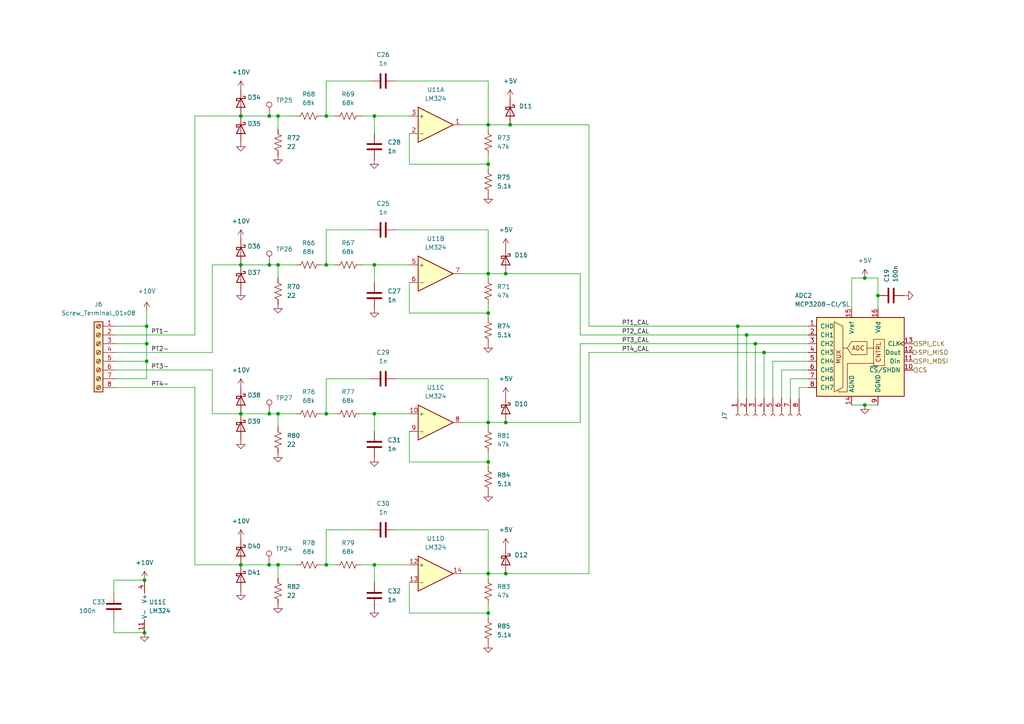
<source format=kicad_sch>
(kicad_sch (version 20230121) (generator eeschema)
  (paper "A4")
  (title_block (title "Pressure Transducer Amplification") (rev "1") (company "Rice Eclipse"))
  (lib_symbols
    (symbol "Amplifier_Operational:LM324" (pin_names (offset 0.127))
      (property "Reference" "U" (at 0 5.08 0))
      (property "Value" "LM324" (at 0 -5.08 0))
      (symbol "LM324_1_1"
        (polyline (pts (xy -5.08 5.08) (xy 5.08 0) (xy -5.08 -5.08) (xy -5.08 5.08)) (stroke (width 0.254)) (fill (type background)))
        (pin output line (at 7.62 0 180) (length 2.54) (name "~") (number "1"))
        (pin input line (at -7.62 -2.54 0) (length 2.54) (name "-") (number "2"))
        (pin input line (at -7.62 2.54 0) (length 2.54) (name "+") (number "3"))
      )
      (symbol "LM324_2_1"
        (polyline (pts (xy -5.08 5.08) (xy 5.08 0) (xy -5.08 -5.08) (xy -5.08 5.08)) (stroke (width 0.254)) (fill (type background)))
        (pin input line (at -7.62 2.54 0) (length 2.54) (name "+") (number "5"))
        (pin input line (at -7.62 -2.54 0) (length 2.54) (name "-") (number "6"))
        (pin output line (at 7.62 0 180) (length 2.54) (name "~") (number "7"))
      )
      (symbol "LM324_3_1"
        (polyline (pts (xy -5.08 5.08) (xy 5.08 0) (xy -5.08 -5.08) (xy -5.08 5.08)) (stroke (width 0.254)) (fill (type background)))
        (pin input line (at -7.62 2.54 0) (length 2.54) (name "+") (number "10"))
        (pin output line (at 7.62 0 180) (length 2.54) (name "~") (number "8"))
        (pin input line (at -7.62 -2.54 0) (length 2.54) (name "-") (number "9"))
      )
      (symbol "LM324_4_1"
        (polyline (pts (xy -5.08 5.08) (xy 5.08 0) (xy -5.08 -5.08) (xy -5.08 5.08)) (stroke (width 0.254)) (fill (type background)))
        (pin input line (at -7.62 2.54 0) (length 2.54) (name "+") (number "12"))
        (pin input line (at -7.62 -2.54 0) (length 2.54) (name "-") (number "13"))
        (pin output line (at 7.62 0 180) (length 2.54) (name "~") (number "14"))
      )
      (symbol "LM324_5_1"
        (pin power_in line (at -2.54 -7.62 90) (length 3.81) (name "V-") (number "11"))
        (pin power_in line (at -2.54 7.62 270) (length 3.81) (name "V+") (number "4"))
      )
    )
    (symbol "Analog_ADC:MCP3208" (pin_names (offset 1.016))
      (property "Reference" "U" (at -5.08 13.335 0))
      (property "Value" "MCP3208" (at -5.08 11.43 0))
      (symbol "MCP3208_0_0"
        (text "ADC" (at -0.635 1.27 0) (effects (font (size 1.27 1.27))))
        (text "CNTRL" (at 5.969 -2.921 900) (effects (font (size 1.27 1.27)) (justify left bottom)))
        (text "MUX" (at -6.35 -1.27 900) (effects (font (size 1.27 1.27))))
      )
      (symbol "MCP3208_0_1"
        (polyline (pts (xy -3.81 1.27) (xy -5.08 1.27)))
        (polyline (pts (xy 1.905 1.27) (xy 3.81 1.27)))
        (polyline (pts (xy -7.62 8.89) (xy -7.62 -11.43) (xy -5.08 -10.16) (xy -5.08 7.62) (xy -7.62 8.89)))
        (polyline (pts (xy 3.81 -3.175) (xy -3.81 -3.175) (xy -3.81 -11.43) (xy -6.35 -11.43) (xy -6.35 -10.795)))
        (polyline (pts (xy 1.905 3.175) (xy 1.905 -0.635) (xy -2.54 -0.635) (xy -3.81 1.27) (xy -2.54 3.175) (xy 1.905 3.175)))
        (rectangle (start 3.81 -3.81) (end 6.985 3.81))
        (rectangle (start 12.7 -12.7) (end -12.7 10.16) (stroke (width 0.254)) (fill (type background)))
      )
      (symbol "MCP3208_1_1"
        (pin input line (at -15.24 7.62 0) (length 2.54) (name "CH0") (number "1"))
        (pin input line (at 15.24 -5.08 180) (length 2.54) (name "~{CS}/SHDN") (number "10"))
        (pin input line (at 15.24 -2.54 180) (length 2.54) (name "Din") (number "11"))
        (pin output line (at 15.24 0 180) (length 2.54) (name "Dout") (number "12"))
        (pin input clock (at 15.24 2.54 180) (length 2.54) (name "CLK") (number "13"))
        (pin power_in line (at -2.54 -15.24 90) (length 2.54) (name "AGND") (number "14"))
        (pin power_in line (at -2.54 12.7 270) (length 2.54) (name "Vref") (number "15"))
        (pin power_in line (at 5.08 12.7 270) (length 2.54) (name "Vdd") (number "16"))
        (pin input line (at -15.24 5.08 0) (length 2.54) (name "CH1") (number "2"))
        (pin input line (at -15.24 2.54 0) (length 2.54) (name "CH2") (number "3"))
        (pin input line (at -15.24 0 0) (length 2.54) (name "CH3") (number "4"))
        (pin input line (at -15.24 -2.54 0) (length 2.54) (name "CH4") (number "5"))
        (pin input line (at -15.24 -5.08 0) (length 2.54) (name "CH5") (number "6"))
        (pin input line (at -15.24 -7.62 0) (length 2.54) (name "CH6") (number "7"))
        (pin input line (at -15.24 -10.16 0) (length 2.54) (name "CH7") (number "8"))
        (pin power_in line (at 5.08 -15.24 90) (length 2.54) (name "DGND") (number "9"))
      )
    )
    (symbol "Connector:Conn_01x08_Female" (pin_names (offset 1.016) hide)
      (property "Reference" "J" (at 0 10.16 0))
      (property "Value" "Conn_01x08_Female" (at 0 -12.7 0))
      (symbol "Conn_01x08_Female_1_1"
        (arc (start 0 -9.652) (mid -0.5058 -10.16) (end 0 -10.668) (stroke (width 0.1524)))
        (arc (start 0 -7.112) (mid -0.5058 -7.62) (end 0 -8.128) (stroke (width 0.1524)))
        (arc (start 0 -4.572) (mid -0.5058 -5.08) (end 0 -5.588) (stroke (width 0.1524)))
        (arc (start 0 -2.032) (mid -0.5058 -2.54) (end 0 -3.048) (stroke (width 0.1524)))
        (polyline (pts (xy -1.27 -10.16) (xy -0.508 -10.16)) (stroke (width 0.1524)))
        (polyline (pts (xy -1.27 -7.62) (xy -0.508 -7.62)) (stroke (width 0.1524)))
        (polyline (pts (xy -1.27 -5.08) (xy -0.508 -5.08)) (stroke (width 0.1524)))
        (polyline (pts (xy -1.27 -2.54) (xy -0.508 -2.54)) (stroke (width 0.1524)))
        (polyline (pts (xy -1.27 0) (xy -0.508 0)) (stroke (width 0.1524)))
        (polyline (pts (xy -1.27 2.54) (xy -0.508 2.54)) (stroke (width 0.1524)))
        (polyline (pts (xy -1.27 5.08) (xy -0.508 5.08)) (stroke (width 0.1524)))
        (polyline (pts (xy -1.27 7.62) (xy -0.508 7.62)) (stroke (width 0.1524)))
        (arc (start 0 0.508) (mid -0.5058 0) (end 0 -0.508) (stroke (width 0.1524)))
        (arc (start 0 3.048) (mid -0.5058 2.54) (end 0 2.032) (stroke (width 0.1524)))
        (arc (start 0 5.588) (mid -0.5058 5.08) (end 0 4.572) (stroke (width 0.1524)))
        (arc (start 0 8.128) (mid -0.5058 7.62) (end 0 7.112) (stroke (width 0.1524)))
        (pin passive line (at -5.08 7.62 0) (length 3.81) (name "Pin_1") (number "1"))
        (pin passive line (at -5.08 5.08 0) (length 3.81) (name "Pin_2") (number "2"))
        (pin passive line (at -5.08 2.54 0) (length 3.81) (name "Pin_3") (number "3"))
        (pin passive line (at -5.08 0 0) (length 3.81) (name "Pin_4") (number "4"))
        (pin passive line (at -5.08 -2.54 0) (length 3.81) (name "Pin_5") (number "5"))
        (pin passive line (at -5.08 -5.08 0) (length 3.81) (name "Pin_6") (number "6"))
        (pin passive line (at -5.08 -7.62 0) (length 3.81) (name "Pin_7") (number "7"))
        (pin passive line (at -5.08 -10.16 0) (length 3.81) (name "Pin_8") (number "8"))
      )
    )
    (symbol "Connector:Screw_Terminal_01x08" (pin_names (offset 1.016) hide)
      (property "Reference" "J" (at 0 10.16 0))
      (property "Value" "Screw_Terminal_01x08" (at 0 -12.7 0))
      (symbol "Screw_Terminal_01x08_1_1"
        (rectangle (start -1.27 8.89) (end 1.27 -11.43) (stroke (width 0.254)) (fill (type background)))
        (circle (center 0 -10.16) (radius 0.635) (stroke (width 0.1524)))
        (circle (center 0 -7.62) (radius 0.635) (stroke (width 0.1524)))
        (circle (center 0 -5.08) (radius 0.635) (stroke (width 0.1524)))
        (circle (center 0 -2.54) (radius 0.635) (stroke (width 0.1524)))
        (polyline (pts (xy -0.5334 -9.8298) (xy 0.3302 -10.668)) (stroke (width 0.1524)))
        (polyline (pts (xy -0.5334 -7.2898) (xy 0.3302 -8.128)) (stroke (width 0.1524)))
        (polyline (pts (xy -0.5334 -4.7498) (xy 0.3302 -5.588)) (stroke (width 0.1524)))
        (polyline (pts (xy -0.5334 -2.2098) (xy 0.3302 -3.048)) (stroke (width 0.1524)))
        (polyline (pts (xy -0.5334 0.3302) (xy 0.3302 -0.508)) (stroke (width 0.1524)))
        (polyline (pts (xy -0.5334 2.8702) (xy 0.3302 2.032)) (stroke (width 0.1524)))
        (polyline (pts (xy -0.5334 5.4102) (xy 0.3302 4.572)) (stroke (width 0.1524)))
        (polyline (pts (xy -0.5334 7.9502) (xy 0.3302 7.112)) (stroke (width 0.1524)))
        (polyline (pts (xy -0.3556 -9.652) (xy 0.508 -10.4902)) (stroke (width 0.1524)))
        (polyline (pts (xy -0.3556 -7.112) (xy 0.508 -7.9502)) (stroke (width 0.1524)))
        (polyline (pts (xy -0.3556 -4.572) (xy 0.508 -5.4102)) (stroke (width 0.1524)))
        (polyline (pts (xy -0.3556 -2.032) (xy 0.508 -2.8702)) (stroke (width 0.1524)))
        (polyline (pts (xy -0.3556 0.508) (xy 0.508 -0.3302)) (stroke (width 0.1524)))
        (polyline (pts (xy -0.3556 3.048) (xy 0.508 2.2098)) (stroke (width 0.1524)))
        (polyline (pts (xy -0.3556 5.588) (xy 0.508 4.7498)) (stroke (width 0.1524)))
        (polyline (pts (xy -0.3556 8.128) (xy 0.508 7.2898)) (stroke (width 0.1524)))
        (circle (center 0 0) (radius 0.635) (stroke (width 0.1524)))
        (circle (center 0 2.54) (radius 0.635) (stroke (width 0.1524)))
        (circle (center 0 5.08) (radius 0.635) (stroke (width 0.1524)))
        (circle (center 0 7.62) (radius 0.635) (stroke (width 0.1524)))
        (pin passive line (at -5.08 7.62 0) (length 3.81) (name "Pin_1") (number "1"))
        (pin passive line (at -5.08 5.08 0) (length 3.81) (name "Pin_2") (number "2"))
        (pin passive line (at -5.08 2.54 0) (length 3.81) (name "Pin_3") (number "3"))
        (pin passive line (at -5.08 0 0) (length 3.81) (name "Pin_4") (number "4"))
        (pin passive line (at -5.08 -2.54 0) (length 3.81) (name "Pin_5") (number "5"))
        (pin passive line (at -5.08 -5.08 0) (length 3.81) (name "Pin_6") (number "6"))
        (pin passive line (at -5.08 -7.62 0) (length 3.81) (name "Pin_7") (number "7"))
        (pin passive line (at -5.08 -10.16 0) (length 3.81) (name "Pin_8") (number "8"))
      )
    )
    (symbol "Connector:TestPoint" (pin_numbers hide) (pin_names (offset 0.762) hide)
      (property "Reference" "TP" (at 0 6.858 0))
      (property "Value" "TestPoint" (at 0 5.08 0))
      (symbol "TestPoint_0_1"
        (circle (center 0 3.302) (radius 0.762))
      )
      (symbol "TestPoint_1_1"
        (pin passive line (at 0 0 90) (length 2.54) (name "1") (number "1"))
      )
    )
    (symbol "Device:C" (pin_numbers hide) (pin_names (offset 0.254))
      (property "Reference" "C" (at 0.635 2.54 0))
      (property "Value" "C" (at 0.635 -2.54 0))
      (symbol "C_0_1"
        (polyline (pts (xy -2.032 -0.762) (xy 2.032 -0.762)) (stroke (width 0.508)))
        (polyline (pts (xy -2.032 0.762) (xy 2.032 0.762)) (stroke (width 0.508)))
      )
      (symbol "C_1_1"
        (pin passive line (at 0 3.81 270) (length 2.794) (name "~") (number "1"))
        (pin passive line (at 0 -3.81 90) (length 2.794) (name "~") (number "2"))
      )
    )
    (symbol "Device:D_Schottky" (pin_numbers hide) (pin_names (offset 1.016) hide)
      (property "Reference" "D" (at 0 2.54 0))
      (property "Value" "D_Schottky" (at 0 -2.54 0))
      (symbol "D_Schottky_0_1"
        (polyline (pts (xy 1.27 0) (xy -1.27 0)))
        (polyline (pts (xy 1.27 1.27) (xy 1.27 -1.27) (xy -1.27 0) (xy 1.27 1.27)) (stroke (width 0.254)))
        (polyline (pts (xy -1.905 0.635) (xy -1.905 1.27) (xy -1.27 1.27) (xy -1.27 -1.27) (xy -0.635 -1.27) (xy -0.635 -0.635)) (stroke (width 0.254)))
      )
      (symbol "D_Schottky_1_1"
        (pin passive line (at -3.81 0 0) (length 2.54) (name "K") (number "1"))
        (pin passive line (at 3.81 0 180) (length 2.54) (name "A") (number "2"))
      )
    )
    (symbol "Device:R_US" (pin_numbers hide) (pin_names (offset 0))
      (property "Reference" "R" (at 2.54 0 90))
      (property "Value" "R_US" (at -2.54 0 90))
      (symbol "R_US_0_1"
        (polyline (pts (xy 0 -2.286) (xy 0 -2.54)))
        (polyline (pts (xy 0 2.286) (xy 0 2.54)))
        (polyline (pts (xy 0 -0.762) (xy 1.016 -1.143) (xy 0 -1.524) (xy -1.016 -1.905) (xy 0 -2.286)))
        (polyline (pts (xy 0 0.762) (xy 1.016 0.381) (xy 0 0) (xy -1.016 -0.381) (xy 0 -0.762)))
        (polyline (pts (xy 0 2.286) (xy 1.016 1.905) (xy 0 1.524) (xy -1.016 1.143) (xy 0 0.762)))
      )
      (symbol "R_US_1_1"
        (pin passive line (at 0 3.81 270) (length 1.27) (name "~") (number "1"))
        (pin passive line (at 0 -3.81 90) (length 1.27) (name "~") (number "2"))
      )
    )
    (symbol "power:+10V" (power) (pin_names (offset 0))
      (property "Value" "+10V" (at 0 3.556 0))
      (symbol "+10V_0_1"
        (polyline (pts (xy -0.762 1.27) (xy 0 2.54)))
        (polyline (pts (xy 0 0) (xy 0 2.54)))
        (polyline (pts (xy 0 2.54) (xy 0.762 1.27)))
      )
      (symbol "+10V_1_1"
        (pin power_in line (at 0 0 90) (length 0) hide (name "+10V") (number "1"))
      )
    )
    (symbol "power:+5V" (power) (pin_names (offset 0))
      (property "Value" "+5V" (at 0 3.556 0))
      (symbol "+5V_0_1"
        (polyline (pts (xy -0.762 1.27) (xy 0 2.54)))
        (polyline (pts (xy 0 0) (xy 0 2.54)))
        (polyline (pts (xy 0 2.54) (xy 0.762 1.27)))
      )
      (symbol "+5V_1_1"
        (pin power_in line (at 0 0 90) (length 0) hide (name "+5V") (number "1"))
      )
    )
    (symbol "power:GND" (power) (pin_names (offset 0))
      (property "Value" "GND" (at 0 -3.81 0))
      (symbol "GND_0_1"
        (polyline (pts (xy 0 0) (xy 0 -1.27) (xy 1.27 -1.27) (xy 0 -2.54) (xy -1.27 -1.27) (xy 0 -1.27)))
      )
      (symbol "GND_1_1"
        (pin power_in line (at 0 0 270) (length 0) hide (name "GND") (number "1"))
      )
    )
  )
  (junction (at 80.645 76.835))
  (junction (at 108.585 76.835))
  (junction (at 78.0405 163.83))
  (junction (at 254.635 85.725))
  (junction (at 141.605 177.8))
  (junction (at 78.105 76.835))
  (junction (at 69.85 76.835))
  (junction (at 69.85 120.015))
  (junction (at 41.91 183.515))
  (junction (at 141.605 36.195))
  (junction (at 213.995 94.615))
  (junction (at 146.685 79.375))
  (junction (at 69.85 33.655))
  (junction (at 221.615 102.235))
  (junction (at 108.585 163.83))
  (junction (at 141.605 90.805))
  (junction (at 147.955 36.195))
  (junction (at 250.825 80.645))
  (junction (at 94.615 120.015))
  (junction (at 42.545 94.615))
  (junction (at 80.645 163.83))
  (junction (at 78.105 120.015))
  (junction (at 78.105 33.655))
  (junction (at 141.605 122.555))
  (junction (at 141.605 47.625))
  (junction (at 141.605 133.985))
  (junction (at 94.615 33.655))
  (junction (at 250.825 117.475))
  (junction (at 108.585 33.655))
  (junction (at 69.85 163.83))
  (junction (at 141.605 166.37))
  (junction (at 146.685 166.37))
  (junction (at 108.585 120.015))
  (junction (at 146.685 122.555))
  (junction (at 219.075 99.695))
  (junction (at 80.645 33.655))
  (junction (at 94.615 76.835))
  (junction (at 80.645 120.015))
  (junction (at 41.91 168.275))
  (junction (at 94.615 163.83))
  (junction (at 42.545 99.695))
  (junction (at 42.545 104.775))
  (junction (at 141.605 79.375))
  (junction (at 216.535 97.155))
  (wire (pts (xy 141.605 79.375) (xy 146.685 79.375)))
  (wire (pts (xy 247.015 80.645) (xy 250.825 80.645)))
  (wire (pts (xy 168.275 99.695) (xy 168.275 122.555)))
  (wire (pts (xy 80.645 76.835) (xy 85.725 76.835)))
  (wire (pts (xy 170.815 102.235) (xy 221.615 102.235)))
  (wire (pts (xy 94.615 120.015) (xy 97.155 120.015)))
  (wire (pts (xy 108.585 33.655) (xy 118.745 33.655)))
  (wire (pts (xy 118.745 38.735) (xy 118.745 47.625)))
  (wire (pts (xy 141.605 131.445) (xy 141.605 133.985)))
  (wire (pts (xy 78.105 33.655) (xy 80.645 33.655)))
  (wire (pts (xy 141.605 153.67) (xy 141.605 166.37)))
  (wire (pts (xy 221.615 115.57) (xy 221.615 102.235)))
  (wire (pts (xy 141.605 88.265) (xy 141.605 90.805)))
  (wire (pts (xy 146.685 122.555) (xy 168.275 122.555)))
  (wire (pts (xy 80.645 37.465) (xy 80.645 33.655)))
  (wire (pts (xy 170.815 166.37) (xy 170.815 102.235)))
  (wire (pts (xy 147.955 36.195) (xy 170.815 36.195)))
  (wire (pts (xy 69.85 163.83) (xy 78.0405 163.83)))
  (wire (pts (xy 219.075 99.695) (xy 234.315 99.695)))
  (wire (pts (xy 146.685 79.375) (xy 168.275 79.375)))
  (wire (pts (xy 61.595 76.835) (xy 69.85 76.835)))
  (wire (pts (xy 78.0405 163.83) (xy 80.645 163.83)))
  (wire (pts (xy 42.545 109.855) (xy 42.545 104.775)))
  (wire (pts (xy 42.545 94.615) (xy 42.545 90.17)))
  (wire (pts (xy 94.615 23.495) (xy 107.315 23.495)))
  (wire (pts (xy 141.605 122.555) (xy 141.605 123.825)))
  (wire (pts (xy 118.745 81.915) (xy 118.745 90.805)))
  (wire (pts (xy 33.655 99.695) (xy 42.545 99.695)))
  (wire (pts (xy 213.995 94.615) (xy 234.315 94.615)))
  (wire (pts (xy 69.85 120.015) (xy 78.105 120.015)))
  (wire (pts (xy 80.645 120.015) (xy 85.725 120.015)))
  (wire (pts (xy 229.235 109.855) (xy 234.315 109.855)))
  (wire (pts (xy 118.745 47.625) (xy 141.605 47.625)))
  (wire (pts (xy 94.615 153.67) (xy 107.315 153.67)))
  (wire (pts (xy 133.985 166.37) (xy 141.605 166.37)))
  (wire (pts (xy 108.585 33.655) (xy 108.585 38.735)))
  (wire (pts (xy 133.985 122.555) (xy 141.605 122.555)))
  (wire (pts (xy 216.535 115.57) (xy 216.535 97.155)))
  (wire (pts (xy 114.935 66.675) (xy 141.605 66.675)))
  (wire (pts (xy 114.935 23.495) (xy 141.605 23.495)))
  (wire (pts (xy 80.645 123.825) (xy 80.645 120.015)))
  (wire (pts (xy 224.155 104.775) (xy 234.315 104.775)))
  (wire (pts (xy 94.615 33.655) (xy 97.155 33.655)))
  (wire (pts (xy 141.605 133.985) (xy 141.605 135.255)))
  (wire (pts (xy 141.605 175.26) (xy 141.605 177.8)))
  (wire (pts (xy 80.645 80.645) (xy 80.645 76.835)))
  (wire (pts (xy 69.85 76.835) (xy 78.105 76.835)))
  (wire (pts (xy 61.595 107.315) (xy 61.595 120.015)))
  (wire (pts (xy 33.655 109.855) (xy 42.545 109.855)))
  (wire (pts (xy 114.935 153.67) (xy 141.605 153.67)))
  (wire (pts (xy 216.535 97.155) (xy 168.275 97.155)))
  (wire (pts (xy 33.02 172.085) (xy 33.02 168.275)))
  (wire (pts (xy 224.155 115.57) (xy 224.155 104.775)))
  (wire (pts (xy 56.515 112.395) (xy 56.515 163.83)))
  (wire (pts (xy 141.605 122.555) (xy 146.685 122.555)))
  (wire (pts (xy 33.655 94.615) (xy 42.545 94.615)))
  (wire (pts (xy 219.075 99.695) (xy 168.275 99.695)))
  (wire (pts (xy 94.615 66.675) (xy 107.315 66.675)))
  (wire (pts (xy 118.745 125.095) (xy 118.745 133.985)))
  (wire (pts (xy 61.595 120.015) (xy 69.85 120.015)))
  (wire (pts (xy 141.605 177.8) (xy 141.605 179.07)))
  (wire (pts (xy 141.605 166.37) (xy 146.685 166.37)))
  (wire (pts (xy 141.605 79.375) (xy 141.605 80.645)))
  (wire (pts (xy 114.935 109.855) (xy 141.605 109.855)))
  (wire (pts (xy 226.695 107.315) (xy 234.315 107.315)))
  (wire (pts (xy 247.015 117.475) (xy 250.825 117.475)))
  (wire (pts (xy 78.105 120.015) (xy 80.645 120.015)))
  (wire (pts (xy 93.345 120.015) (xy 94.615 120.015)))
  (wire (pts (xy 93.345 33.655) (xy 94.615 33.655)))
  (wire (pts (xy 229.235 115.57) (xy 229.235 109.855)))
  (wire (pts (xy 219.075 115.57) (xy 219.075 99.695)))
  (wire (pts (xy 118.745 90.805) (xy 141.605 90.805)))
  (wire (pts (xy 78.105 76.835) (xy 80.645 76.835)))
  (wire (pts (xy 93.345 76.835) (xy 94.615 76.835)))
  (wire (pts (xy 141.605 23.495) (xy 141.605 36.195)))
  (wire (pts (xy 141.605 66.675) (xy 141.605 79.375)))
  (wire (pts (xy 104.775 76.835) (xy 108.585 76.835)))
  (wire (pts (xy 141.605 109.855) (xy 141.605 122.555)))
  (wire (pts (xy 254.635 85.725) (xy 254.635 89.535)))
  (wire (pts (xy 104.775 163.83) (xy 108.585 163.83)))
  (wire (pts (xy 56.515 33.655) (xy 69.85 33.655)))
  (wire (pts (xy 94.615 76.835) (xy 94.615 66.675)))
  (wire (pts (xy 94.615 163.83) (xy 94.615 153.67)))
  (wire (pts (xy 118.745 177.8) (xy 141.605 177.8)))
  (wire (pts (xy 108.585 120.015) (xy 118.745 120.015)))
  (wire (pts (xy 118.745 168.91) (xy 118.745 177.8)))
  (wire (pts (xy 250.825 117.475) (xy 254.635 117.475)))
  (wire (pts (xy 226.695 115.57) (xy 226.695 107.315)))
  (wire (pts (xy 94.615 109.855) (xy 107.315 109.855)))
  (wire (pts (xy 141.605 90.805) (xy 141.605 92.075)))
  (wire (pts (xy 80.645 167.64) (xy 80.645 163.83)))
  (wire (pts (xy 56.515 163.83) (xy 69.85 163.83)))
  (wire (pts (xy 133.985 36.195) (xy 141.605 36.195)))
  (wire (pts (xy 254.635 80.645) (xy 254.635 85.725)))
  (wire (pts (xy 33.655 104.775) (xy 42.545 104.775)))
  (wire (pts (xy 108.585 163.83) (xy 118.745 163.83)))
  (wire (pts (xy 69.85 33.655) (xy 78.105 33.655)))
  (wire (pts (xy 42.545 99.695) (xy 42.545 94.615)))
  (wire (pts (xy 33.02 179.705) (xy 33.02 183.515)))
  (wire (pts (xy 141.605 45.085) (xy 141.605 47.625)))
  (wire (pts (xy 61.595 102.235) (xy 61.595 76.835)))
  (wire (pts (xy 108.585 76.835) (xy 118.745 76.835)))
  (wire (pts (xy 80.645 33.655) (xy 85.725 33.655)))
  (wire (pts (xy 94.615 33.655) (xy 94.615 23.495)))
  (wire (pts (xy 33.02 183.515) (xy 41.91 183.515)))
  (wire (pts (xy 108.585 76.835) (xy 108.585 81.915)))
  (wire (pts (xy 213.995 115.57) (xy 213.995 94.615)))
  (wire (pts (xy 170.815 94.615) (xy 170.815 36.195)))
  (wire (pts (xy 247.015 80.645) (xy 247.015 89.535)))
  (wire (pts (xy 80.645 163.83) (xy 85.725 163.83)))
  (wire (pts (xy 118.745 133.985) (xy 141.605 133.985)))
  (wire (pts (xy 141.605 36.195) (xy 147.955 36.195)))
  (wire (pts (xy 33.655 102.235) (xy 61.595 102.235)))
  (wire (pts (xy 141.605 36.195) (xy 141.605 37.465)))
  (wire (pts (xy 141.605 47.625) (xy 141.605 48.895)))
  (wire (pts (xy 231.775 115.57) (xy 231.775 112.395)))
  (wire (pts (xy 94.615 163.83) (xy 97.155 163.83)))
  (wire (pts (xy 104.775 120.015) (xy 108.585 120.015)))
  (wire (pts (xy 104.775 33.655) (xy 108.585 33.655)))
  (wire (pts (xy 216.535 97.155) (xy 234.315 97.155)))
  (wire (pts (xy 94.615 120.015) (xy 94.615 109.855)))
  (wire (pts (xy 250.825 80.645) (xy 254.635 80.645)))
  (wire (pts (xy 42.545 104.775) (xy 42.545 99.695)))
  (wire (pts (xy 33.655 112.395) (xy 56.515 112.395)))
  (wire (pts (xy 141.605 166.37) (xy 141.605 167.64)))
  (wire (pts (xy 56.515 33.655) (xy 56.515 97.155)))
  (wire (pts (xy 93.345 163.83) (xy 94.615 163.83)))
  (wire (pts (xy 33.655 97.155) (xy 56.515 97.155)))
  (wire (pts (xy 108.585 163.83) (xy 108.585 168.91)))
  (wire (pts (xy 168.275 97.155) (xy 168.275 79.375)))
  (wire (pts (xy 146.685 166.37) (xy 170.815 166.37)))
  (wire (pts (xy 33.02 168.275) (xy 41.91 168.275)))
  (wire (pts (xy 231.775 112.395) (xy 234.315 112.395)))
  (wire (pts (xy 221.615 102.235) (xy 234.315 102.235)))
  (wire (pts (xy 133.985 79.375) (xy 141.605 79.375)))
  (wire (pts (xy 213.995 94.615) (xy 170.815 94.615)))
  (wire (pts (xy 108.585 120.015) (xy 108.585 125.095)))
  (wire (pts (xy 94.615 76.835) (xy 97.155 76.835)))
  (wire (pts (xy 33.655 107.315) (xy 61.595 107.315)))
  (label "PT3_CAL" (at 180.34 99.695 0))
  (label "PT1_CAL" (at 180.34 94.615 0))
  (label "PT2_CAL" (at 180.34 97.155 0))
  (label "PT4_CAL" (at 180.34 102.235 0))
  (label "PT4-" (at 43.815 112.395 0))
  (label "PT1-" (at 43.815 97.155 0))
  (label "PT2-" (at 43.815 102.235 0))
  (label "PT3-" (at 43.815 107.315 0))
  (hierarchical_label "SPI_MOSI" (shape input) (at 264.795 104.775 0))
  (hierarchical_label "SPI_MISO" (shape output) (at 264.795 102.235 0))
  (hierarchical_label "SPI_CLK" (shape input) (at 264.795 99.695 0))
  (hierarchical_label "CS" (shape input) (at 264.795 107.315 0))
  (symbol (lib_id "Amplifier_Operational:LM324") (at 126.365 36.195 0) (unit 1)
    (property "Reference" "U11" (at 126.365 26.035 0))
    (property "Value" "LM324" (at 126.365 28.575 0))
    (property "Footprint" "Package_SO:SOIC-14_3.9x8.7mm_P1.27mm" (effects hide))
    (property "Datasheet" "http://www.ti.com/lit/ds/symlink/lm2902-n.pdf" (effects hide))
    (property "LCSC" "C71035" (effects hide))
  )
  (symbol (lib_id "Device:C") (at 108.585 42.545 0) (unit 1)
    (property "Reference" "C28" (at 112.395 41.2749 0) (effects (justify left)))
    (property "Value" "1n" (at 112.395 43.8149 0) (effects (justify left)))
    (property "Footprint" "Capacitor_SMD:C_1206_3216Metric" (effects hide))
    (property "LCSC" "C1845" (effects hide))
  )
  (symbol (lib_id "Device:R_US") (at 89.535 163.83 270) (unit 1)
    (property "Reference" "R78" (at 89.535 157.48 90))
    (property "Value" "68k" (at 89.535 160.02 90))
    (property "Footprint" "Resistor_SMD:R_1206_3216Metric" (effects hide))
    (property "LCSC" "C102381" (effects hide))
  )
  (symbol (lib_id "Device:R_US") (at 80.645 127.635 180) (unit 1)
    (property "Reference" "R80" (at 83.185 126.3649 0) (effects (justify right)))
    (property "Value" "22" (at 83.185 128.9049 0) (effects (justify right)))
    (property "Footprint" "Resistor_SMD:R_1206_3216Metric" (effects hide))
    (property "LCSC" "C17958" (effects hide))
  )
  (symbol (lib_id "power:+10V") (at 42.545 90.17 0) (unit 1)
    (property "Reference" "#PWR096" (effects hide))
    (property "Value" "+10V" (at 42.545 84.455 0))
  )
  (symbol (lib_id "power:+10V") (at 69.85 112.395 0) (unit 1)
    (property "Reference" "#PWR0101" (effects hide))
    (property "Value" "+10V" (at 69.85 107.315 0))
  )
  (symbol (lib_id "Device:R_US") (at 89.535 33.655 270) (unit 1)
    (property "Reference" "R68" (at 89.535 27.305 90))
    (property "Value" "68k" (at 89.535 29.845 90))
    (property "Footprint" "Resistor_SMD:R_1206_3216Metric" (effects hide))
    (property "LCSC" "C102381" (effects hide))
  )
  (symbol (lib_id "Amplifier_Operational:LM324") (at 44.45 175.895 0) (unit 5)
    (property "Reference" "U11" (at 43.18 174.6249 0) (effects (justify left)))
    (property "Value" "LM324" (at 43.18 177.1649 0) (effects (justify left)))
    (property "Footprint" "Package_SO:SOIC-14_3.9x8.7mm_P1.27mm" (effects hide))
    (property "Datasheet" "http://www.ti.com/lit/ds/symlink/lm2902-n.pdf" (effects hide))
    (property "LCSC" "C71035" (effects hide))
  )
  (symbol (lib_id "Amplifier_Operational:LM324") (at 126.365 122.555 0) (unit 3)
    (property "Reference" "U11" (at 126.365 112.395 0))
    (property "Value" "LM324" (at 126.365 114.935 0))
    (property "Footprint" "Package_SO:SOIC-14_3.9x8.7mm_P1.27mm" (effects hide))
    (property "Datasheet" "http://www.ti.com/lit/ds/symlink/lm2902-n.pdf" (effects hide))
    (property "LCSC" "C71035" (effects hide))
  )
  (symbol (lib_id "power:GND") (at 69.85 127.635 0) (mirror y) (unit 1)
    (property "Reference" "#PWR0102" (effects hide))
    (property "Value" "GND" (effects hide))
  )
  (symbol (lib_id "Device:R_US") (at 100.965 163.83 270) (unit 1)
    (property "Reference" "R79" (at 100.965 157.48 90))
    (property "Value" "68k" (at 100.965 160.02 90))
    (property "Footprint" "Resistor_SMD:R_1206_3216Metric" (effects hide))
    (property "LCSC" "C102381" (effects hide))
  )
  (symbol (lib_id "power:+10V") (at 69.85 69.215 0) (unit 1)
    (property "Reference" "#PWR099" (effects hide))
    (property "Value" "+10V" (at 69.85 64.135 0))
  )
  (symbol (lib_id "Device:D_Schottky") (at 69.85 29.845 270) (unit 1)
    (property "Reference" "D34" (at 71.755 28.2574 90) (effects (justify left)))
    (property "Value" "CDBA340-HF" (effects hide))
    (property "Footprint" "Diode_SMD:D_SMA" (effects hide))
    (property "LCSC" "C14996" (effects hide))
  )
  (symbol (lib_id "power:GND") (at 108.585 132.715 0) (unit 1)
    (property "Reference" "#PWR0122" (effects hide))
    (property "Value" "GND" (effects hide))
  )
  (symbol (lib_id "power:+5V") (at 147.955 28.575 0) (unit 1)
    (property "Reference" "#PWR0161" (effects hide))
    (property "Value" "+5V" (at 147.955 23.495 0))
  )
  (symbol (lib_id "Device:D_Schottky") (at 147.955 32.385 270) (unit 1)
    (property "Reference" "D11" (at 150.495 30.7974 90) (effects (justify left)))
    (property "Value" "CDBA340-HF" (effects hide))
    (property "Footprint" "Diode_SMD:D_SMA" (effects hide))
    (property "LCSC" "C14996" (effects hide))
  )
  (symbol (lib_id "Device:R_US") (at 141.605 127.635 0) (unit 1)
    (property "Reference" "R81" (at 144.145 126.3649 0) (effects (justify left)))
    (property "Value" "47k" (at 144.145 128.9049 0) (effects (justify left)))
    (property "Footprint" "Resistor_SMD:R_1206_3216Metric" (effects hide))
    (property "LCSC" "C168584" (effects hide))
  )
  (symbol (lib_id "Device:C") (at 111.125 23.495 90) (unit 1)
    (property "Reference" "C26" (at 111.125 15.875 90))
    (property "Value" "1n" (at 111.125 18.415 90))
    (property "Footprint" "Capacitor_SMD:C_1206_3216Metric" (effects hide))
    (property "LCSC" "C1845" (effects hide))
  )
  (symbol (lib_id "power:+5V") (at 250.825 80.645 0) (unit 1)
    (property "Reference" "#PWR0105" (effects hide))
    (property "Value" "+5V" (at 250.825 75.565 0))
  )
  (symbol (lib_id "Device:R_US") (at 100.965 76.835 270) (unit 1)
    (property "Reference" "R67" (at 100.965 70.485 90))
    (property "Value" "68k" (at 100.965 73.025 90))
    (property "Footprint" "Resistor_SMD:R_1206_3216Metric" (effects hide))
    (property "LCSC" "C102381" (effects hide))
  )
  (symbol (lib_id "Device:R_US") (at 89.535 120.015 270) (unit 1)
    (property "Reference" "R76" (at 89.535 113.665 90))
    (property "Value" "68k" (at 89.535 116.205 90))
    (property "Footprint" "Resistor_SMD:R_1206_3216Metric" (effects hide))
    (property "LCSC" "C102381" (effects hide))
  )
  (symbol (lib_id "Device:D_Schottky") (at 69.85 116.205 270) (unit 1)
    (property "Reference" "D38" (at 71.755 114.6174 90) (effects (justify left)))
    (property "Value" "CDBA340-HF" (effects hide))
    (property "Footprint" "Diode_SMD:D_SMA" (effects hide))
    (property "LCSC" "C14996" (effects hide))
  )
  (symbol (lib_id "Connector:Screw_Terminal_01x08") (at 28.575 102.235 0) (mirror y) (unit 1)
    (property "Reference" "J6" (at 28.575 88.265 0))
    (property "Value" "Screw_Terminal_01x08" (at 28.575 90.805 0))
    (property "Footprint" "1190370:1190370" (effects hide))
  )
  (symbol (lib_id "Device:R_US") (at 141.605 41.275 0) (unit 1)
    (property "Reference" "R73" (at 144.145 40.0049 0) (effects (justify left)))
    (property "Value" "47k" (at 144.145 42.5449 0) (effects (justify left)))
    (property "Footprint" "Resistor_SMD:R_1206_3216Metric" (effects hide))
    (property "LCSC" "C168584" (effects hide))
  )
  (symbol (lib_id "Device:D_Schottky") (at 69.85 123.825 270) (unit 1)
    (property "Reference" "D39" (at 71.755 122.2374 90) (effects (justify left)))
    (property "Value" "CDBA340-HF" (effects hide))
    (property "Footprint" "Diode_SMD:D_SMA" (effects hide))
    (property "LCSC" "C14996" (effects hide))
  )
  (symbol (lib_id "power:+5V") (at 146.685 114.935 0) (unit 1)
    (property "Reference" "#PWR0159" (effects hide))
    (property "Value" "+5V" (at 146.685 109.855 0))
  )
  (symbol (lib_id "Device:D_Schottky") (at 146.685 75.565 270) (unit 1)
    (property "Reference" "D16" (at 149.225 73.9774 90) (effects (justify left)))
    (property "Value" "CDBA340-HF" (effects hide))
    (property "Footprint" "Diode_SMD:D_SMA" (effects hide))
    (property "LCSC" "C14996" (effects hide))
  )
  (symbol (lib_id "power:GND") (at 69.85 41.275 0) (mirror y) (unit 1)
    (property "Reference" "#PWR098" (effects hide))
    (property "Value" "GND" (effects hide))
  )
  (symbol (lib_id "power:GND") (at 69.85 171.45 0) (mirror y) (unit 1)
    (property "Reference" "#PWR0104" (effects hide))
    (property "Value" "GND" (effects hide))
  )
  (symbol (lib_id "power:+5V") (at 146.685 158.75 0) (unit 1)
    (property "Reference" "#PWR0160" (effects hide))
    (property "Value" "+5V" (at 146.685 153.67 0))
  )
  (symbol (lib_id "Device:D_Schottky") (at 69.85 167.64 270) (unit 1)
    (property "Reference" "D41" (at 71.755 166.0524 90) (effects (justify left)))
    (property "Value" "CDBA340-HF" (effects hide))
    (property "Footprint" "Diode_SMD:D_SMA" (effects hide))
    (property "LCSC" "C14996" (effects hide))
  )
  (symbol (lib_id "power:GND") (at 141.605 56.515 0) (unit 1)
    (property "Reference" "#PWR0118" (effects hide))
    (property "Value" "GND" (effects hide))
  )
  (symbol (lib_id "power:+5V") (at 146.685 71.755 0) (unit 1)
    (property "Reference" "#PWR0158" (effects hide))
    (property "Value" "+5V" (at 146.685 66.675 0))
  )
  (symbol (lib_id "power:GND") (at 80.645 131.445 0) (unit 1)
    (property "Reference" "#PWR0121" (effects hide))
    (property "Value" "GND" (effects hide))
  )
  (symbol (lib_id "Device:C") (at 108.585 128.905 0) (unit 1)
    (property "Reference" "C31" (at 112.395 127.6349 0) (effects (justify left)))
    (property "Value" "1n" (at 112.395 130.1749 0) (effects (justify left)))
    (property "Footprint" "Capacitor_SMD:C_1206_3216Metric" (effects hide))
    (property "LCSC" "C1845" (effects hide))
  )
  (symbol (lib_id "power:GND") (at 141.605 99.695 0) (unit 1)
    (property "Reference" "#PWR0117" (effects hide))
    (property "Value" "GND" (effects hide))
  )
  (symbol (lib_id "Device:D_Schottky") (at 146.685 162.56 270) (unit 1)
    (property "Reference" "D12" (at 149.225 160.9724 90) (effects (justify left)))
    (property "Value" "CDBA340-HF" (effects hide))
    (property "Footprint" "Diode_SMD:D_SMA" (effects hide))
    (property "LCSC" "C14996" (effects hide))
  )
  (symbol (lib_id "Amplifier_Operational:LM324") (at 126.365 166.37 0) (unit 4)
    (property "Reference" "U11" (at 126.365 156.21 0))
    (property "Value" "LM324" (at 126.365 158.75 0))
    (property "Footprint" "Package_SO:SOIC-14_3.9x8.7mm_P1.27mm" (effects hide))
    (property "Datasheet" "http://www.ti.com/lit/ds/symlink/lm2902-n.pdf" (effects hide))
    (property "LCSC" "C71035" (effects hide))
  )
  (symbol (lib_id "power:+10V") (at 41.91 168.275 0) (unit 1)
    (property "Reference" "#PWR0127" (effects hide))
    (property "Value" "+10V" (at 41.91 163.195 0))
  )
  (symbol (lib_id "power:GND") (at 141.605 142.875 0) (unit 1)
    (property "Reference" "#PWR0125" (effects hide))
    (property "Value" "GND" (effects hide))
  )
  (symbol (lib_id "Device:R_US") (at 141.605 182.88 0) (unit 1)
    (property "Reference" "R85" (at 144.145 181.6099 0) (effects (justify left)))
    (property "Value" "5.1k" (at 144.145 184.1499 0) (effects (justify left)))
    (property "Footprint" "Resistor_SMD:R_1206_3216Metric" (effects hide))
    (property "LCSC" "C26033" (effects hide))
  )
  (symbol (lib_id "Device:C") (at 258.445 85.725 270) (unit 1)
    (property "Reference" "C19" (at 257.1749 81.915 0) (effects (justify right)))
    (property "Value" "100n" (at 259.7149 81.915 0) (effects (justify right)))
    (property "Footprint" "Capacitor_SMD:C_1206_3216Metric" (effects hide))
    (property "LCSC" "C377067" (effects hide))
  )
  (symbol (lib_id "Device:R_US") (at 141.605 139.065 0) (unit 1)
    (property "Reference" "R84" (at 144.145 137.7949 0) (effects (justify left)))
    (property "Value" "5.1k" (at 144.145 140.3349 0) (effects (justify left)))
    (property "Footprint" "Resistor_SMD:R_1206_3216Metric" (effects hide))
    (property "LCSC" "C26033" (effects hide))
  )
  (symbol (lib_id "Device:R_US") (at 141.605 95.885 0) (unit 1)
    (property "Reference" "R74" (at 144.145 94.6149 0) (effects (justify left)))
    (property "Value" "5.1k" (at 144.145 97.1549 0) (effects (justify left)))
    (property "Footprint" "Resistor_SMD:R_1206_3216Metric" (effects hide))
    (property "LCSC" "C26033" (effects hide))
  )
  (symbol (lib_id "Device:C") (at 108.585 85.725 0) (unit 1)
    (property "Reference" "C27" (at 112.395 84.4549 0) (effects (justify left)))
    (property "Value" "1n" (at 112.395 86.9949 0) (effects (justify left)))
    (property "Footprint" "Capacitor_SMD:C_1206_3216Metric" (effects hide))
    (property "LCSC" "C1845" (effects hide))
  )
  (symbol (lib_id "Device:C") (at 111.125 153.67 90) (unit 1)
    (property "Reference" "C30" (at 111.125 146.05 90))
    (property "Value" "1n" (at 111.125 148.59 90))
    (property "Footprint" "Capacitor_SMD:C_1206_3216Metric" (effects hide))
    (property "LCSC" "C1845" (effects hide))
  )
  (symbol (lib_id "Device:C") (at 33.02 175.895 0) (unit 1)
    (property "Reference" "C33" (at 26.67 174.625 0) (effects (justify left)))
    (property "Value" "100n" (at 22.86 177.165 0) (effects (justify left)))
    (property "Footprint" "Capacitor_SMD:C_1206_3216Metric" (effects hide))
    (property "LCSC" "C377067" (effects hide))
  )
  (symbol (lib_id "Device:R_US") (at 80.645 171.45 180) (unit 1)
    (property "Reference" "R82" (at 83.185 170.1799 0) (effects (justify right)))
    (property "Value" "22" (at 83.185 172.7199 0) (effects (justify right)))
    (property "Footprint" "Resistor_SMD:R_1206_3216Metric" (effects hide))
    (property "LCSC" "C17958" (effects hide))
  )
  (symbol (lib_id "Connector:Conn_01x08_Female") (at 221.615 120.65 90) (mirror x) (unit 1)
    (property "Reference" "J7" (at 210.185 120.65 0))
    (property "Value" "Conn_01x08_Female" (effects hide))
    (property "Footprint" "Connector_PinSocket_2.54mm:PinSocket_1x08_P2.54mm_Vertical" (effects hide))
  )
  (symbol (lib_id "Device:R_US") (at 80.645 84.455 180) (unit 1)
    (property "Reference" "R70" (at 83.185 83.1849 0) (effects (justify right)))
    (property "Value" "22" (at 83.185 85.7249 0) (effects (justify right)))
    (property "Footprint" "Resistor_SMD:R_1206_3216Metric" (effects hide))
    (property "LCSC" "C17958" (effects hide))
  )
  (symbol (lib_id "power:GND") (at 80.645 175.26 0) (unit 1)
    (property "Reference" "#PWR0123" (effects hide))
    (property "Value" "GND" (effects hide))
  )
  (symbol (lib_id "power:GND") (at 141.605 186.69 0) (unit 1)
    (property "Reference" "#PWR0126" (effects hide))
    (property "Value" "GND" (effects hide))
  )
  (symbol (lib_id "Device:R_US") (at 100.965 120.015 270) (unit 1)
    (property "Reference" "R77" (at 100.965 113.665 90))
    (property "Value" "68k" (at 100.965 116.205 90))
    (property "Footprint" "Resistor_SMD:R_1206_3216Metric" (effects hide))
    (property "LCSC" "C102381" (effects hide))
  )
  (symbol (lib_id "power:+10V") (at 69.85 26.035 0) (unit 1)
    (property "Reference" "#PWR097" (effects hide))
    (property "Value" "+10V" (at 69.85 20.955 0))
  )
  (symbol (lib_id "Device:D_Schottky") (at 69.85 37.465 270) (unit 1)
    (property "Reference" "D35" (at 71.755 35.8774 90) (effects (justify left)))
    (property "Value" "CDBA340-HF" (effects hide))
    (property "Footprint" "Diode_SMD:D_SMA" (effects hide))
    (property "LCSC" "C14996" (effects hide))
  )
  (symbol (lib_id "Device:C") (at 108.585 172.72 0) (unit 1)
    (property "Reference" "C32" (at 112.395 171.4499 0) (effects (justify left)))
    (property "Value" "1n" (at 112.395 173.9899 0) (effects (justify left)))
    (property "Footprint" "Capacitor_SMD:C_1206_3216Metric" (effects hide))
    (property "LCSC" "C1845" (effects hide))
  )
  (symbol (lib_id "Device:C") (at 111.125 109.855 90) (unit 1)
    (property "Reference" "C29" (at 111.125 102.235 90))
    (property "Value" "1n" (at 111.125 104.775 90))
    (property "Footprint" "Capacitor_SMD:C_1206_3216Metric" (effects hide))
    (property "LCSC" "C1845" (effects hide))
  )
  (symbol (lib_id "Device:D_Schottky") (at 69.85 80.645 270) (unit 1)
    (property "Reference" "D37" (at 71.755 79.0574 90) (effects (justify left)))
    (property "Value" "CDBA340-HF" (effects hide))
    (property "Footprint" "Diode_SMD:D_SMA" (effects hide))
    (property "LCSC" "C14996" (effects hide))
  )
  (symbol (lib_id "Device:R_US") (at 141.605 171.45 0) (unit 1)
    (property "Reference" "R83" (at 144.145 170.1799 0) (effects (justify left)))
    (property "Value" "47k" (at 144.145 172.7199 0) (effects (justify left)))
    (property "Footprint" "Resistor_SMD:R_1206_3216Metric" (effects hide))
    (property "LCSC" "C168584" (effects hide))
  )
  (symbol (lib_id "Device:D_Schottky") (at 69.85 160.02 270) (unit 1)
    (property "Reference" "D40" (at 71.755 158.4324 90) (effects (justify left)))
    (property "Value" "CDBA340-HF" (effects hide))
    (property "Footprint" "Diode_SMD:D_SMA" (effects hide))
    (property "LCSC" "C14996" (effects hide))
  )
  (symbol (lib_id "power:GND") (at 80.645 88.265 0) (unit 1)
    (property "Reference" "#PWR0113" (effects hide))
    (property "Value" "GND" (effects hide))
  )
  (symbol (lib_id "power:GND") (at 41.91 183.515 0) (unit 1)
    (property "Reference" "#PWR0128" (effects hide))
    (property "Value" "GND" (effects hide))
  )
  (symbol (lib_id "Connector:TestPoint") (at 78.105 76.835 0) (unit 1)
    (property "Reference" "TP26" (at 80.01 72.2629 0) (effects (justify left)))
    (property "Value" "TestPoint" (effects hide))
    (property "Footprint" "TestPoint:TestPoint_Pad_D2.0mm" (effects hide))
  )
  (symbol (lib_id "power:GND") (at 250.825 117.475 0) (unit 1)
    (property "Reference" "#PWR0106" (effects hide))
    (property "Value" "GND" (effects hide))
  )
  (symbol (lib_id "Connector:TestPoint") (at 78.0405 163.83 0) (unit 1)
    (property "Reference" "TP24" (at 79.9455 159.2579 0) (effects (justify left)))
    (property "Value" "TestPoint" (effects hide))
    (property "Footprint" "TestPoint:TestPoint_Pad_D2.0mm" (effects hide))
  )
  (symbol (lib_id "Device:R_US") (at 89.535 76.835 270) (unit 1)
    (property "Reference" "R66" (at 89.535 70.485 90))
    (property "Value" "68k" (at 89.535 73.025 90))
    (property "Footprint" "Resistor_SMD:R_1206_3216Metric" (effects hide))
    (property "LCSC" "C102381" (effects hide))
  )
  (symbol (lib_id "Analog_ADC:MCP3208") (at 249.555 102.235 0) (unit 1)
    (property "Reference" "ADC2" (at 230.505 85.725 0) (effects (justify left)))
    (property "Value" "MCP3208-CI/SL" (at 230.505 88.265 0) (effects (justify left)))
    (property "Footprint" "Package_SO:SOIC-16_3.9x9.9mm_P1.27mm" (effects hide))
    (property "Datasheet" "http://ww1.microchip.com/downloads/en/DeviceDoc/21298c.pdf" (effects hide))
    (property "LCSC" "C16939" (effects hide))
  )
  (symbol (lib_id "power:GND") (at 108.585 176.53 0) (unit 1)
    (property "Reference" "#PWR0124" (effects hide))
    (property "Value" "GND" (effects hide))
  )
  (symbol (lib_id "Device:R_US") (at 100.965 33.655 270) (unit 1)
    (property "Reference" "R69" (at 100.965 27.305 90))
    (property "Value" "68k" (at 100.965 29.845 90))
    (property "Footprint" "Resistor_SMD:R_1206_3216Metric" (effects hide))
    (property "LCSC" "C102381" (effects hide))
  )
  (symbol (lib_id "power:GND") (at 108.585 89.535 0) (unit 1)
    (property "Reference" "#PWR0115" (effects hide))
    (property "Value" "GND" (effects hide))
  )
  (symbol (lib_id "power:GND") (at 262.255 85.725 90) (unit 1)
    (property "Reference" "#PWR0107" (effects hide))
    (property "Value" "GND" (effects hide))
  )
  (symbol (lib_id "Device:D_Schottky") (at 69.85 73.025 270) (unit 1)
    (property "Reference" "D36" (at 71.755 71.4374 90) (effects (justify left)))
    (property "Value" "CDBA340-HF" (effects hide))
    (property "Footprint" "Diode_SMD:D_SMA" (effects hide))
    (property "LCSC" "C14996" (effects hide))
  )
  (symbol (lib_id "Device:R_US") (at 80.645 41.275 180) (unit 1)
    (property "Reference" "R72" (at 83.185 40.0049 0) (effects (justify right)))
    (property "Value" "22" (at 83.185 42.5449 0) (effects (justify right)))
    (property "Footprint" "Resistor_SMD:R_1206_3216Metric" (effects hide))
    (property "LCSC" "C17958" (effects hide))
  )
  (symbol (lib_id "Device:C") (at 111.125 66.675 90) (unit 1)
    (property "Reference" "C25" (at 111.125 59.055 90))
    (property "Value" "1n" (at 111.125 61.595 90))
    (property "Footprint" "Capacitor_SMD:C_1206_3216Metric" (effects hide))
    (property "LCSC" "C1845" (effects hide))
  )
  (symbol (lib_id "power:+10V") (at 69.85 156.21 0) (unit 1)
    (property "Reference" "#PWR0103" (effects hide))
    (property "Value" "+10V" (at 69.85 151.13 0))
  )
  (symbol (lib_id "Device:D_Schottky") (at 146.685 118.745 270) (unit 1)
    (property "Reference" "D10" (at 149.225 117.1574 90) (effects (justify left)))
    (property "Value" "CDBA340-HF" (effects hide))
    (property "Footprint" "Diode_SMD:D_SMA" (effects hide))
    (property "LCSC" "C14996" (effects hide))
  )
  (symbol (lib_id "Device:R_US") (at 141.605 84.455 0) (unit 1)
    (property "Reference" "R71" (at 144.145 83.1849 0) (effects (justify left)))
    (property "Value" "47k" (at 144.145 85.7249 0) (effects (justify left)))
    (property "Footprint" "Resistor_SMD:R_1206_3216Metric" (effects hide))
    (property "LCSC" "C168584" (effects hide))
  )
  (symbol (lib_id "Connector:TestPoint") (at 78.105 120.015 0) (unit 1)
    (property "Reference" "TP27" (at 80.01 115.4429 0) (effects (justify left)))
    (property "Value" "TestPoint" (effects hide))
    (property "Footprint" "TestPoint:TestPoint_Pad_D2.0mm" (effects hide))
  )
  (symbol (lib_id "power:GND") (at 108.585 46.355 0) (unit 1)
    (property "Reference" "#PWR0116" (effects hide))
    (property "Value" "GND" (effects hide))
  )
  (symbol (lib_id "Device:R_US") (at 141.605 52.705 0) (unit 1)
    (property "Reference" "R75" (at 144.145 51.4349 0) (effects (justify left)))
    (property "Value" "5.1k" (at 144.145 53.9749 0) (effects (justify left)))
    (property "Footprint" "Resistor_SMD:R_1206_3216Metric" (effects hide))
    (property "LCSC" "C26033" (effects hide))
  )
  (symbol (lib_id "power:GND") (at 80.645 45.085 0) (unit 1)
    (property "Reference" "#PWR0114" (effects hide))
    (property "Value" "GND" (effects hide))
  )
  (symbol (lib_id "Connector:TestPoint") (at 78.105 33.655 0) (unit 1)
    (property "Reference" "TP25" (at 80.01 29.0829 0) (effects (justify left)))
    (property "Value" "TestPoint" (effects hide))
    (property "Footprint" "TestPoint:TestPoint_Pad_D2.0mm" (effects hide))
  )
  (symbol (lib_id "power:GND") (at 69.85 84.455 0) (mirror y) (unit 1)
    (property "Reference" "#PWR0100" (effects hide))
    (property "Value" "GND" (effects hide))
  )
  (symbol (lib_id "Amplifier_Operational:LM324") (at 126.365 79.375 0) (unit 2)
    (property "Reference" "U11" (at 126.365 69.215 0))
    (property "Value" "LM324" (at 126.365 71.755 0))
    (property "Footprint" "Package_SO:SOIC-14_3.9x8.7mm_P1.27mm" (effects hide))
    (property "Datasheet" "http://www.ti.com/lit/ds/symlink/lm2902-n.pdf" (effects hide))
    (property "LCSC" "C71035" (effects hide))
  )
)
</source>
